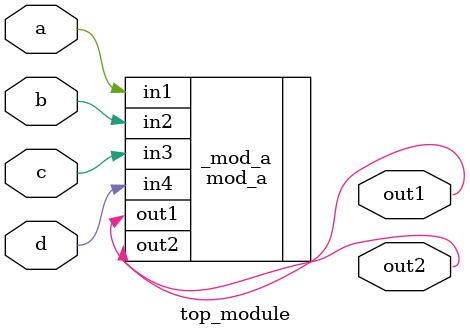
<source format=v>
module top_module ( 
    input a, 
    input b, 
    input c,
    input d,
    output out1,
    output out2
);
    
    mod_a _mod_a(
        .in1(a),
        .in2(b),
        .in3(c),
        .in4(d),
        .out1(out1),
        .out2(out2)
    );

endmodule

</source>
